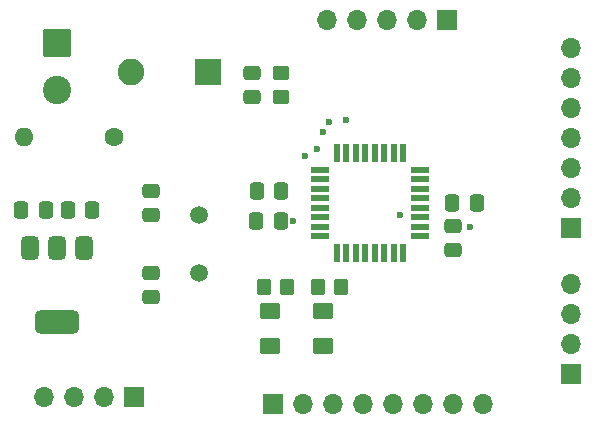
<source format=gts>
G04 #@! TF.GenerationSoftware,KiCad,Pcbnew,8.0.8-8.0.8-0~ubuntu24.04.1*
G04 #@! TF.CreationDate,2025-08-03T14:05:10+02:00*
G04 #@! TF.ProjectId,atmega328,61746d65-6761-4333-9238-2e6b69636164,rev?*
G04 #@! TF.SameCoordinates,Original*
G04 #@! TF.FileFunction,Soldermask,Top*
G04 #@! TF.FilePolarity,Negative*
%FSLAX46Y46*%
G04 Gerber Fmt 4.6, Leading zero omitted, Abs format (unit mm)*
G04 Created by KiCad (PCBNEW 8.0.8-8.0.8-0~ubuntu24.04.1) date 2025-08-03 14:05:10*
%MOMM*%
%LPD*%
G01*
G04 APERTURE LIST*
G04 Aperture macros list*
%AMRoundRect*
0 Rectangle with rounded corners*
0 $1 Rounding radius*
0 $2 $3 $4 $5 $6 $7 $8 $9 X,Y pos of 4 corners*
0 Add a 4 corners polygon primitive as box body*
4,1,4,$2,$3,$4,$5,$6,$7,$8,$9,$2,$3,0*
0 Add four circle primitives for the rounded corners*
1,1,$1+$1,$2,$3*
1,1,$1+$1,$4,$5*
1,1,$1+$1,$6,$7*
1,1,$1+$1,$8,$9*
0 Add four rect primitives between the rounded corners*
20,1,$1+$1,$2,$3,$4,$5,0*
20,1,$1+$1,$4,$5,$6,$7,0*
20,1,$1+$1,$6,$7,$8,$9,0*
20,1,$1+$1,$8,$9,$2,$3,0*%
G04 Aperture macros list end*
%ADD10RoundRect,0.250000X0.450000X-0.350000X0.450000X0.350000X-0.450000X0.350000X-0.450000X-0.350000X0*%
%ADD11RoundRect,0.250000X0.350000X0.450000X-0.350000X0.450000X-0.350000X-0.450000X0.350000X-0.450000X0*%
%ADD12RoundRect,0.250001X0.624999X-0.462499X0.624999X0.462499X-0.624999X0.462499X-0.624999X-0.462499X0*%
%ADD13RoundRect,0.250000X0.475000X-0.337500X0.475000X0.337500X-0.475000X0.337500X-0.475000X-0.337500X0*%
%ADD14RoundRect,0.250000X-0.475000X0.337500X-0.475000X-0.337500X0.475000X-0.337500X0.475000X0.337500X0*%
%ADD15RoundRect,0.250000X0.337500X0.475000X-0.337500X0.475000X-0.337500X-0.475000X0.337500X-0.475000X0*%
%ADD16RoundRect,0.250000X-0.337500X-0.475000X0.337500X-0.475000X0.337500X0.475000X-0.337500X0.475000X0*%
%ADD17R,1.600000X0.550000*%
%ADD18R,0.550000X1.600000*%
%ADD19R,1.700000X1.700000*%
%ADD20O,1.700000X1.700000*%
%ADD21C,1.500000*%
%ADD22RoundRect,0.250001X-0.949999X0.949999X-0.949999X-0.949999X0.949999X-0.949999X0.949999X0.949999X0*%
%ADD23C,2.400000*%
%ADD24R,2.250000X2.250000*%
%ADD25C,2.250000*%
%ADD26C,1.600000*%
%ADD27O,1.600000X1.600000*%
%ADD28RoundRect,0.375000X-0.375000X0.625000X-0.375000X-0.625000X0.375000X-0.625000X0.375000X0.625000X0*%
%ADD29RoundRect,0.500000X-1.400000X0.500000X-1.400000X-0.500000X1.400000X-0.500000X1.400000X0.500000X0*%
%ADD30C,0.600000*%
G04 APERTURE END LIST*
D10*
X153500000Y-64500000D03*
X153500000Y-62500000D03*
D11*
X158587500Y-80600000D03*
X156587500Y-80600000D03*
X154000000Y-80600000D03*
X152000000Y-80600000D03*
D12*
X157000000Y-82612500D03*
X157000000Y-85587500D03*
X152500000Y-85587500D03*
X152500000Y-82612500D03*
D13*
X151000000Y-64537500D03*
X151000000Y-62462500D03*
X142500000Y-81467500D03*
X142500000Y-79392500D03*
D14*
X142500000Y-72462500D03*
X142500000Y-74537500D03*
D15*
X137487500Y-74080000D03*
X135412500Y-74080000D03*
D13*
X168000000Y-77487500D03*
X168000000Y-75412500D03*
D16*
X151412500Y-72500000D03*
X153487500Y-72500000D03*
X151362500Y-75000000D03*
X153437500Y-75000000D03*
X131462500Y-74080000D03*
X133537500Y-74080000D03*
D15*
X170037500Y-73500000D03*
X167962500Y-73500000D03*
D17*
X156750000Y-70700000D03*
X156750000Y-71500000D03*
X156750000Y-72300000D03*
X156750000Y-73100000D03*
X156750000Y-73900000D03*
X156750000Y-74700000D03*
X156750000Y-75500000D03*
X156750000Y-76300000D03*
D18*
X158200000Y-77750000D03*
X159000000Y-77750000D03*
X159800000Y-77750000D03*
X160600000Y-77750000D03*
X161400000Y-77750000D03*
X162200000Y-77750000D03*
X163000000Y-77750000D03*
X163800000Y-77750000D03*
D17*
X165250000Y-76300000D03*
X165250000Y-75500000D03*
X165250000Y-74700000D03*
X165250000Y-73900000D03*
X165250000Y-73100000D03*
X165250000Y-72300000D03*
X165250000Y-71500000D03*
X165250000Y-70700000D03*
D18*
X163800000Y-69250000D03*
X163000000Y-69250000D03*
X162200000Y-69250000D03*
X161400000Y-69250000D03*
X160600000Y-69250000D03*
X159800000Y-69250000D03*
X159000000Y-69250000D03*
X158200000Y-69250000D03*
D19*
X152760000Y-90500000D03*
D20*
X155300000Y-90500000D03*
X157840000Y-90500000D03*
X160380000Y-90500000D03*
X162920000Y-90500000D03*
X165460000Y-90500000D03*
X168000000Y-90500000D03*
X170540000Y-90500000D03*
D19*
X141040000Y-89930000D03*
D20*
X138500000Y-89930000D03*
X135960000Y-89930000D03*
X133420000Y-89930000D03*
D19*
X178000000Y-75620000D03*
D20*
X178000000Y-73080000D03*
X178000000Y-70540000D03*
X178000000Y-68000000D03*
X178000000Y-65460000D03*
X178000000Y-62920000D03*
X178000000Y-60380000D03*
D21*
X146500000Y-74550000D03*
X146500000Y-79430000D03*
D22*
X134517500Y-59950000D03*
D23*
X134517500Y-63910000D03*
D19*
X167500000Y-58000000D03*
D20*
X164960000Y-58000000D03*
X162420000Y-58000000D03*
X159880000Y-58000000D03*
X157340000Y-58000000D03*
D19*
X178000000Y-88000000D03*
D20*
X178000000Y-85460000D03*
X178000000Y-82920000D03*
X178000000Y-80380000D03*
D24*
X147250000Y-62430000D03*
D25*
X140750000Y-62430000D03*
D26*
X139310000Y-67930000D03*
D27*
X131690000Y-67930000D03*
D28*
X136800000Y-77280000D03*
X134500000Y-77280000D03*
D29*
X134500000Y-83580000D03*
D28*
X132200000Y-77280000D03*
D30*
X154500000Y-75000000D03*
X169500000Y-75500000D03*
X155500000Y-69500000D03*
X156500000Y-68900000D03*
X157000000Y-67500000D03*
X163500000Y-74500000D03*
X159000000Y-66500000D03*
X157500000Y-66625000D03*
M02*

</source>
